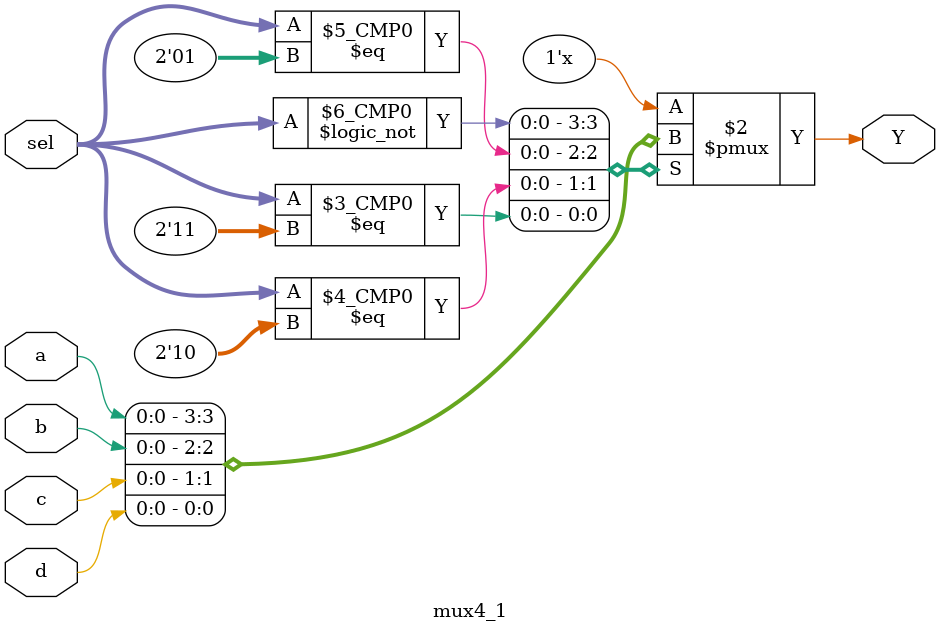
<source format=v>
module mux4_1(input a,b,c,d,
              input[1:0] sel,
              output reg Y);
  always@(*)
    begin
      case(sel)
        2'h0:Y=a;
        2'h1:Y=b;
        2'h2:Y=c;
        2'h3:Y=d;
        default:$display("invalid sel input");
      endcase
    end
endmodule
      
        

</source>
